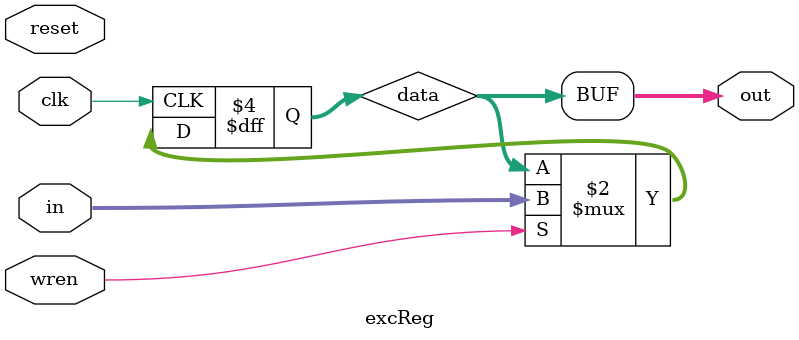
<source format=v>
module excReg(in, clk, reset, wren, out);
input [31:0] in;
input clk, wren,reset;
output [31:0]out;
reg [31:0]data;
assign out=data;
always@(posedge clk)
begin 
	if(wren)data<=in;
end
endmodule

</source>
